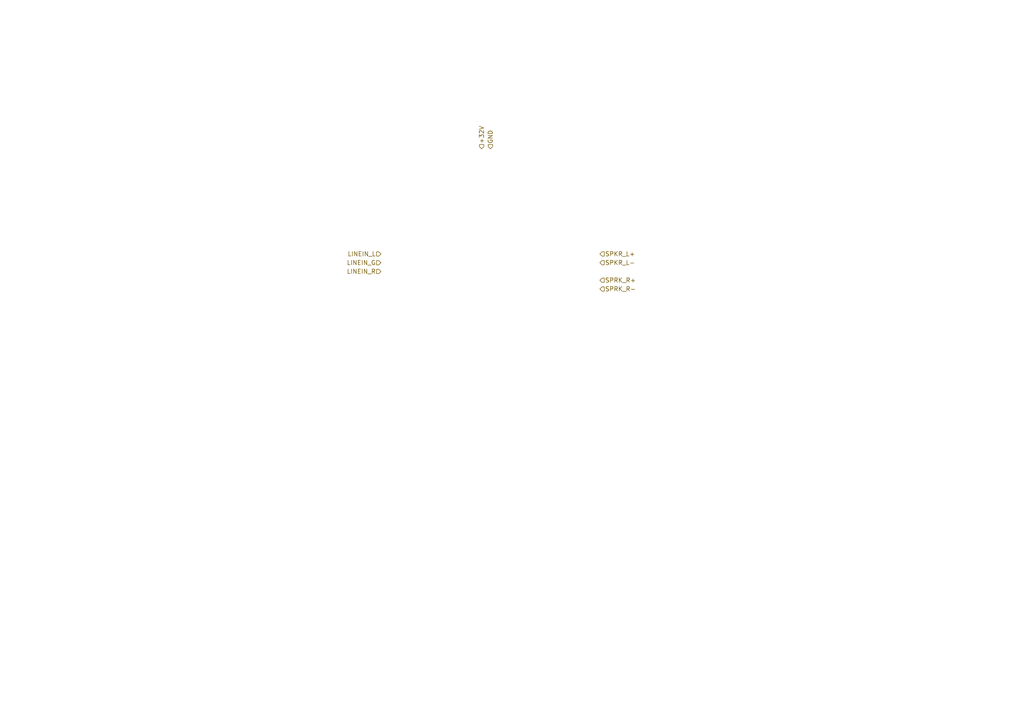
<source format=kicad_sch>
(kicad_sch (version 20211123) (generator eeschema)
  (paper "A4")
  (lib_symbols)
  (hierarchical_label "SPKR_L+" (shape input) (at 173.99 73.66 0))
  (hierarchical_label "LINEIN_R" (shape input) (at 110.49 78.74 180))
  (hierarchical_label "LINEIN_G" (shape input) (at 110.49 76.2 180))
  (hierarchical_label "SPRK_R+" (shape input) (at 173.99 81.28 0))
  (hierarchical_label "+32V" (shape input) (at 139.7 43.18 90))
  (hierarchical_label "GND" (shape input) (at 142.24 43.18 90))
  (hierarchical_label "SPRK_R-" (shape input) (at 173.99 83.82 0))
  (hierarchical_label "SPKR_L-" (shape input) (at 173.99 76.2 0))
  (hierarchical_label "LINEIN_L" (shape input) (at 110.49 73.66 180))
)
</source>
